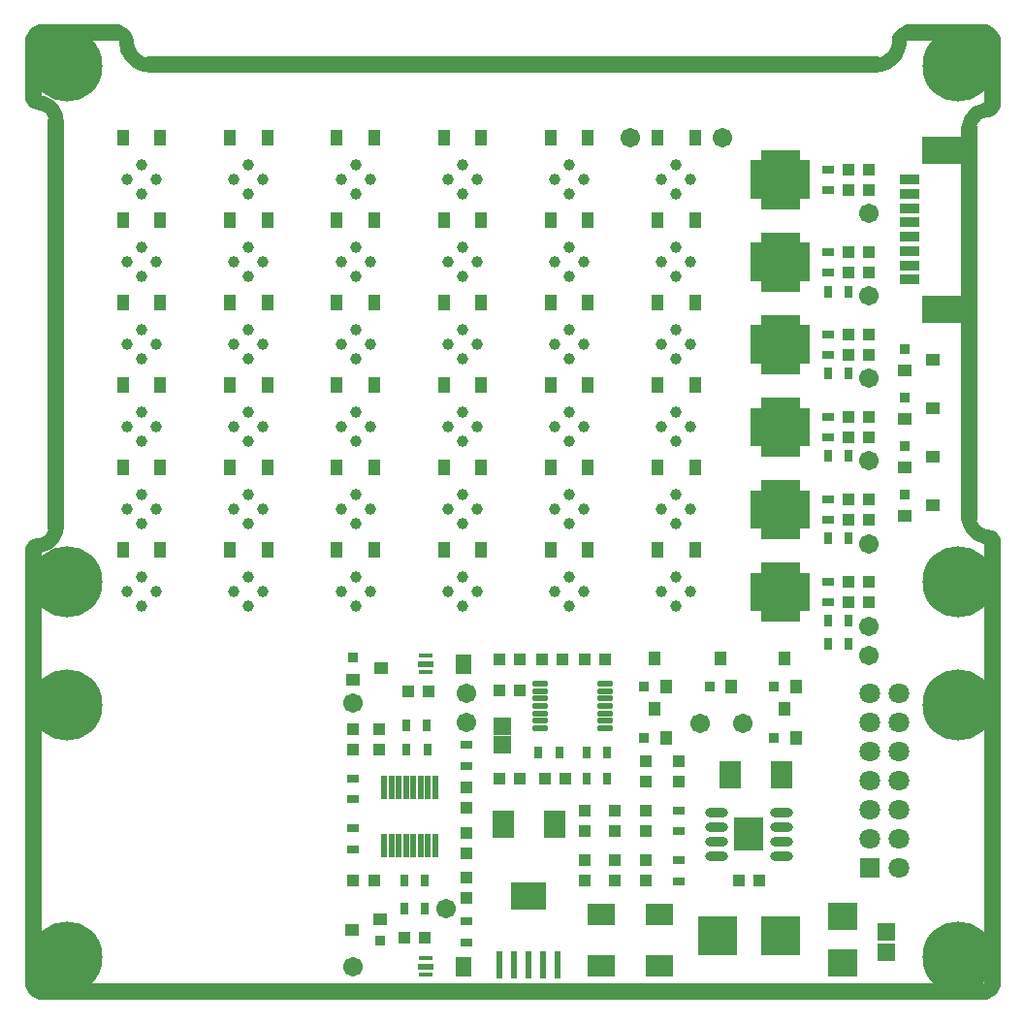
<source format=gbr>
G04*
G04 #@! TF.GenerationSoftware,Altium Limited,Altium Designer,24.1.2 (44)*
G04*
G04 Layer_Color=16711935*
%FSLAX44Y44*%
%MOMM*%
G71*
G04*
G04 #@! TF.SameCoordinates,A1CAFFC3-4532-48F1-AA43-BC187200CDC2*
G04*
G04*
G04 #@! TF.FilePolarity,Negative*
G04*
G01*
G75*
%ADD13C,1.2700*%
%ADD14C,1.4732*%
%ADD15C,1.0032*%
%ADD16C,0.6032*%
%ADD17C,1.4032*%
%ADD18C,6.2032*%
%ADD19C,1.8032*%
%ADD20R,1.8032X1.8032*%
%ADD43R,1.8796X2.3622*%
%ADD44R,0.9500X0.9000*%
%ADD47R,3.1725X2.3455*%
%ADD48R,0.6325X2.3455*%
%ADD49R,2.3622X1.8796*%
%ADD50R,0.9000X0.9500*%
%ADD56R,2.5000X2.5000*%
%ADD60R,1.7018X0.8128*%
%ADD65R,1.2700X0.3810*%
%ADD66R,3.7032X2.4130*%
%ADD67O,1.4532X0.5532*%
%ADD68R,3.5032X3.3532*%
%ADD69R,1.1032X1.0032*%
%ADD70R,0.8032X1.1032*%
%ADD71R,1.0032X1.1032*%
%ADD72R,1.1032X0.8032*%
%ADD73R,0.6032X2.0032*%
%ADD74R,1.6032X1.5032*%
%ADD75R,1.1532X1.1032*%
%ADD76R,1.4732X0.6032*%
%ADD77R,1.4732X1.7532*%
%ADD78R,1.1032X1.1532*%
%ADD79R,2.5032X2.4892*%
%ADD80O,2.0032X0.8032*%
%ADD81R,2.5032X3.0032*%
%ADD82C,1.7032*%
%ADD83R,1.1132X1.4232*%
%ADD84R,1.4048X0.8540*%
%ADD85R,0.8540X1.4048*%
%ADD86R,1.6032X1.6032*%
D13*
X26350Y766130D02*
X26149Y768688D01*
X25550Y771182D01*
X24568Y773553D01*
X23228Y775740D01*
X21561Y777691D01*
X19611Y779358D01*
X17423Y780698D01*
X15053Y781680D01*
X12558Y782279D01*
X10000Y782480D01*
X838000Y6350D02*
X840821Y7105D01*
X842889Y9168D01*
X843650Y11988D01*
X770000Y843650D02*
X767636Y843275D01*
X765504Y842189D01*
X763811Y840496D01*
X762725Y838364D01*
X762350Y836000D01*
X843650Y838000D02*
X842893Y840825D01*
X840825Y842893D01*
X838000Y843650D01*
X843650Y400000D02*
X842581Y402581D01*
X840000Y403650D01*
X6350Y12000D02*
X7105Y9179D01*
X9168Y7111D01*
X11988Y6350D01*
X823650Y420000D02*
X823851Y417442D01*
X824450Y414948D01*
X825432Y412577D01*
X826772Y410390D01*
X828439Y408439D01*
X830390Y406772D01*
X832577Y405432D01*
X834948Y404450D01*
X837442Y403851D01*
X840000Y403650D01*
X742000Y815650D02*
X744451Y815798D01*
X746867Y816240D01*
X749212Y816970D01*
X751451Y817978D01*
X753553Y819247D01*
X755487Y820761D01*
X757225Y822497D01*
X758740Y824429D01*
X760012Y826529D01*
X761022Y828768D01*
X761755Y831112D01*
X762199Y833527D01*
X762350Y835978D01*
X12000Y843650D02*
X9175Y842893D01*
X7107Y840825D01*
X6350Y838000D01*
X10000Y396080D02*
X7419Y395011D01*
X6350Y392430D01*
X10000Y396080D02*
X12558Y396281D01*
X15053Y396880D01*
X17423Y397862D01*
X19611Y399202D01*
X21561Y400869D01*
X23228Y402820D01*
X24568Y405007D01*
X25550Y407378D01*
X26149Y409872D01*
X26350Y412430D01*
X87650Y836000D02*
X87276Y838360D01*
X86193Y840490D01*
X84506Y842182D01*
X82378Y843271D01*
X80019Y843650D01*
X6350Y786130D02*
X7419Y783549D01*
X10000Y782480D01*
X840001Y776350D02*
X837457Y776151D01*
X834975Y775559D01*
X832615Y774587D01*
X830436Y773260D01*
X828489Y771611D01*
X826823Y769678D01*
X825477Y767510D01*
X824486Y765159D01*
X823872Y762682D01*
X823651Y760140D01*
X87650Y835978D02*
X87801Y833527D01*
X88245Y831112D01*
X88978Y828768D01*
X89988Y826529D01*
X91260Y824429D01*
X92775Y822497D01*
X94513Y820761D01*
X96447Y819247D01*
X98549Y817978D01*
X100788Y816970D01*
X103133Y816240D01*
X105549Y815798D01*
X108000Y815650D01*
X840012Y776350D02*
X842562Y777399D01*
X843650Y779933D01*
D14*
X823650Y652286D02*
Y742286D01*
Y602286D02*
Y652286D01*
Y420000D02*
Y602286D01*
Y742286D02*
Y760000D01*
X6350Y12025D02*
X6350Y392412D01*
X843650Y12000D02*
X843650Y400000D01*
X26350Y412430D02*
Y766130D01*
X843650Y780001D02*
Y838000D01*
X12000Y6350D02*
X837975Y6350D01*
X6350Y786130D02*
Y838000D01*
X770000Y843650D02*
X838000D01*
X12018Y843650D02*
X80000Y843650D01*
X108000Y815650D02*
X742000D01*
D15*
X555400Y427000D02*
D03*
X568100Y439700D02*
D03*
Y414300D02*
D03*
X580800Y427000D02*
D03*
X555400Y355000D02*
D03*
X568100Y367700D02*
D03*
Y342300D02*
D03*
X580800Y355000D02*
D03*
X462060D02*
D03*
X474760Y367700D02*
D03*
Y342300D02*
D03*
X487460Y355000D02*
D03*
X368720Y427000D02*
D03*
X381420Y439700D02*
D03*
Y414300D02*
D03*
X394120Y427000D02*
D03*
X462060D02*
D03*
X474760Y439700D02*
D03*
Y414300D02*
D03*
X487460Y427000D02*
D03*
X368720Y355000D02*
D03*
X381420Y367700D02*
D03*
Y342300D02*
D03*
X394120Y355000D02*
D03*
X275380D02*
D03*
X288080Y367700D02*
D03*
Y342300D02*
D03*
X300780Y355000D02*
D03*
X275380Y427000D02*
D03*
X288080Y439700D02*
D03*
Y414300D02*
D03*
X300780Y427000D02*
D03*
X275380Y499000D02*
D03*
X288080Y511700D02*
D03*
Y486300D02*
D03*
X300780Y499000D02*
D03*
X368720D02*
D03*
X381420Y511700D02*
D03*
Y486300D02*
D03*
X394120Y499000D02*
D03*
X462060D02*
D03*
X474760Y511700D02*
D03*
Y486300D02*
D03*
X487460Y499000D02*
D03*
X555400D02*
D03*
X568100Y511700D02*
D03*
Y486300D02*
D03*
X580800Y499000D02*
D03*
X555400Y571000D02*
D03*
X568100Y583700D02*
D03*
Y558300D02*
D03*
X580800Y571000D02*
D03*
X462060D02*
D03*
X474760Y583700D02*
D03*
Y558300D02*
D03*
X487460Y571000D02*
D03*
X368720D02*
D03*
X381420Y583700D02*
D03*
Y558300D02*
D03*
X394120Y571000D02*
D03*
X275380D02*
D03*
X288080Y583700D02*
D03*
Y558300D02*
D03*
X300780Y571000D02*
D03*
X182040D02*
D03*
X194740Y583700D02*
D03*
Y558300D02*
D03*
X207440Y571000D02*
D03*
X182040Y499000D02*
D03*
X194740Y511700D02*
D03*
Y486300D02*
D03*
X207440Y499000D02*
D03*
X182040Y427000D02*
D03*
X194740Y439700D02*
D03*
Y414300D02*
D03*
X207440Y427000D02*
D03*
X182040Y355000D02*
D03*
X194740Y367700D02*
D03*
Y342300D02*
D03*
X207440Y355000D02*
D03*
X88700D02*
D03*
X101400Y367700D02*
D03*
Y342300D02*
D03*
X114100Y355000D02*
D03*
X88700Y427000D02*
D03*
X101400Y439700D02*
D03*
Y414300D02*
D03*
X114100Y427000D02*
D03*
X88700Y499000D02*
D03*
X101400Y511700D02*
D03*
Y486300D02*
D03*
X114100Y499000D02*
D03*
X88700Y571000D02*
D03*
X101400Y583700D02*
D03*
Y558300D02*
D03*
X114100Y571000D02*
D03*
X182040Y643000D02*
D03*
X194740Y655700D02*
D03*
Y630300D02*
D03*
X207440Y643000D02*
D03*
X275380D02*
D03*
X288080Y655700D02*
D03*
Y630300D02*
D03*
X300780Y643000D02*
D03*
X368720D02*
D03*
X381420Y655700D02*
D03*
Y630300D02*
D03*
X394120Y643000D02*
D03*
X462060D02*
D03*
X474760Y655700D02*
D03*
Y630300D02*
D03*
X487460Y643000D02*
D03*
X580800D02*
D03*
X568100Y630300D02*
D03*
Y655700D02*
D03*
X555400Y643000D02*
D03*
Y715000D02*
D03*
X568100Y727700D02*
D03*
Y702300D02*
D03*
X580800Y715000D02*
D03*
X462060D02*
D03*
X474760Y727700D02*
D03*
Y702300D02*
D03*
X487460Y715000D02*
D03*
X368720D02*
D03*
X381420Y727700D02*
D03*
Y702300D02*
D03*
X394120Y715000D02*
D03*
X275380D02*
D03*
X288080Y727700D02*
D03*
Y702300D02*
D03*
X300780Y715000D02*
D03*
X182040D02*
D03*
X194740Y727700D02*
D03*
Y702300D02*
D03*
X207440Y715000D02*
D03*
X88700D02*
D03*
X101400Y727700D02*
D03*
Y702300D02*
D03*
X114100Y715000D02*
D03*
X88700Y643000D02*
D03*
X101400Y655700D02*
D03*
Y630300D02*
D03*
X114100Y643000D02*
D03*
D16*
X837863Y843679D02*
D03*
X827863D02*
D03*
X817863D02*
D03*
X807863D02*
D03*
X797863D02*
D03*
X787863D02*
D03*
X777863D02*
D03*
X767868Y843357D02*
D03*
X762267Y835073D02*
D03*
X759363Y825504D02*
D03*
X752230Y818495D02*
D03*
X742627Y815704D02*
D03*
X732628Y815679D02*
D03*
X722628D02*
D03*
X712628D02*
D03*
X702628D02*
D03*
X692628D02*
D03*
X682628D02*
D03*
X672628D02*
D03*
X662628D02*
D03*
X652628D02*
D03*
X642628D02*
D03*
X632628D02*
D03*
X622628D02*
D03*
X612628D02*
D03*
X602628D02*
D03*
X592628D02*
D03*
X582628D02*
D03*
X572628D02*
D03*
X562628D02*
D03*
X552628D02*
D03*
X542628D02*
D03*
X532628D02*
D03*
X522628D02*
D03*
X512628D02*
D03*
X502628D02*
D03*
X492628D02*
D03*
X482628D02*
D03*
X472628D02*
D03*
X462628D02*
D03*
X452628D02*
D03*
X442628D02*
D03*
X432628D02*
D03*
X422628D02*
D03*
X412628D02*
D03*
X402628D02*
D03*
X392628D02*
D03*
X382628D02*
D03*
X372628D02*
D03*
X362628D02*
D03*
X352628D02*
D03*
X342628D02*
D03*
X332628D02*
D03*
X322628D02*
D03*
X312628D02*
D03*
X302628D02*
D03*
X292628D02*
D03*
X282628D02*
D03*
X272628D02*
D03*
X262628D02*
D03*
X252628D02*
D03*
X242628D02*
D03*
X232629D02*
D03*
X222629D02*
D03*
X212629D02*
D03*
X202629D02*
D03*
X192629D02*
D03*
X182629D02*
D03*
X172629D02*
D03*
X162629D02*
D03*
X152629D02*
D03*
X142629D02*
D03*
X132629D02*
D03*
X122629D02*
D03*
X112629D02*
D03*
X102659Y816448D02*
D03*
X93933Y821335D02*
D03*
X88693Y829852D02*
D03*
X86726Y839656D02*
D03*
X77571Y843679D02*
D03*
X67571D02*
D03*
X57571D02*
D03*
X47571D02*
D03*
X37571Y843679D02*
D03*
X27571D02*
D03*
X17571D02*
D03*
X7768Y841704D02*
D03*
X6321Y831809D02*
D03*
Y821809D02*
D03*
Y811810D02*
D03*
Y801810D02*
D03*
Y791810D02*
D03*
X10419Y782688D02*
D03*
X19766Y779132D02*
D03*
X25583Y770999D02*
D03*
X26321Y761026D02*
D03*
Y751026D02*
D03*
Y741026D02*
D03*
Y731026D02*
D03*
Y721026D02*
D03*
Y711026D02*
D03*
Y701026D02*
D03*
Y691026D02*
D03*
Y681026D02*
D03*
Y671026D02*
D03*
Y661026D02*
D03*
Y651026D02*
D03*
Y641026D02*
D03*
Y631026D02*
D03*
Y621026D02*
D03*
Y611026D02*
D03*
Y601026D02*
D03*
Y591026D02*
D03*
Y581026D02*
D03*
Y571026D02*
D03*
Y561026D02*
D03*
Y551026D02*
D03*
Y541026D02*
D03*
Y531026D02*
D03*
Y521026D02*
D03*
Y511026D02*
D03*
Y501026D02*
D03*
Y491026D02*
D03*
Y481026D02*
D03*
Y471026D02*
D03*
Y461026D02*
D03*
Y451026D02*
D03*
Y441026D02*
D03*
Y431026D02*
D03*
Y421026D02*
D03*
X26332Y411026D02*
D03*
X22373Y401844D02*
D03*
X13880Y396564D02*
D03*
X6321Y390017D02*
D03*
Y380017D02*
D03*
Y370017D02*
D03*
Y360017D02*
D03*
Y350017D02*
D03*
Y340018D02*
D03*
Y330018D02*
D03*
Y320018D02*
D03*
Y310018D02*
D03*
Y300018D02*
D03*
Y290018D02*
D03*
Y280018D02*
D03*
Y270018D02*
D03*
Y260018D02*
D03*
Y250018D02*
D03*
Y240018D02*
D03*
Y230018D02*
D03*
Y220018D02*
D03*
Y210018D02*
D03*
Y200018D02*
D03*
Y190018D02*
D03*
Y180018D02*
D03*
Y170018D02*
D03*
Y160018D02*
D03*
Y150018D02*
D03*
Y140018D02*
D03*
Y130018D02*
D03*
Y120018D02*
D03*
Y110018D02*
D03*
Y100018D02*
D03*
Y90018D02*
D03*
Y80018D02*
D03*
Y70018D02*
D03*
Y60018D02*
D03*
Y50018D02*
D03*
Y40018D02*
D03*
Y30018D02*
D03*
Y20018D02*
D03*
X6742Y10027D02*
D03*
X16030Y6321D02*
D03*
X26030D02*
D03*
X36030D02*
D03*
X46030D02*
D03*
X56030D02*
D03*
X66030D02*
D03*
X76030D02*
D03*
X86030D02*
D03*
X96030D02*
D03*
X106030D02*
D03*
X116030D02*
D03*
X126030D02*
D03*
X136030D02*
D03*
X146030D02*
D03*
X156030D02*
D03*
X166030D02*
D03*
X176029D02*
D03*
X186029D02*
D03*
X196029D02*
D03*
X206029D02*
D03*
X216029D02*
D03*
X226029D02*
D03*
X236029D02*
D03*
X246029D02*
D03*
X256029D02*
D03*
X266029D02*
D03*
X276029D02*
D03*
X286029D02*
D03*
X296029D02*
D03*
X306029D02*
D03*
X316029D02*
D03*
X326029D02*
D03*
X336029D02*
D03*
X346029D02*
D03*
X356029D02*
D03*
X366029D02*
D03*
X376029D02*
D03*
X386029D02*
D03*
X396029D02*
D03*
X406029D02*
D03*
X416029D02*
D03*
X426029D02*
D03*
X436029D02*
D03*
X446029D02*
D03*
X456029D02*
D03*
X466029D02*
D03*
X476029D02*
D03*
X486029D02*
D03*
X496029D02*
D03*
X506029D02*
D03*
X516029D02*
D03*
X526029D02*
D03*
X536029D02*
D03*
X546029D02*
D03*
X556029D02*
D03*
X566029D02*
D03*
X576029D02*
D03*
X586029D02*
D03*
X596029D02*
D03*
X606029D02*
D03*
X616029D02*
D03*
X626029D02*
D03*
X636029D02*
D03*
X646029D02*
D03*
X656029D02*
D03*
X666029D02*
D03*
X676029D02*
D03*
X686029D02*
D03*
X696029D02*
D03*
X706029D02*
D03*
X716029D02*
D03*
X726028D02*
D03*
X736028D02*
D03*
X746028D02*
D03*
X756028D02*
D03*
X766028D02*
D03*
X776028D02*
D03*
X786028D02*
D03*
X796028D02*
D03*
X806028D02*
D03*
X816028D02*
D03*
X826028D02*
D03*
X836028D02*
D03*
X843566Y12892D02*
D03*
X843679Y22891D02*
D03*
Y32891D02*
D03*
Y42891D02*
D03*
Y52891D02*
D03*
Y62891D02*
D03*
Y72891D02*
D03*
Y82891D02*
D03*
Y92891D02*
D03*
Y102891D02*
D03*
Y112891D02*
D03*
Y122891D02*
D03*
Y132891D02*
D03*
X843679Y142891D02*
D03*
Y152891D02*
D03*
Y162891D02*
D03*
Y172891D02*
D03*
Y182891D02*
D03*
Y192891D02*
D03*
Y202891D02*
D03*
Y212891D02*
D03*
Y222891D02*
D03*
Y232891D02*
D03*
Y242891D02*
D03*
Y252891D02*
D03*
Y262891D02*
D03*
X843679Y272891D02*
D03*
Y282891D02*
D03*
Y292891D02*
D03*
Y302891D02*
D03*
Y312890D02*
D03*
Y322891D02*
D03*
Y332891D02*
D03*
Y342891D02*
D03*
Y352891D02*
D03*
Y362890D02*
D03*
Y372890D02*
D03*
Y382890D02*
D03*
Y392890D02*
D03*
X842293Y402794D02*
D03*
X832651Y405444D02*
D03*
X825524Y412458D02*
D03*
X823679Y422287D02*
D03*
X823679Y432287D02*
D03*
X823679Y442287D02*
D03*
X823679Y452287D02*
D03*
X823679Y462287D02*
D03*
X823679Y472287D02*
D03*
X823679Y482287D02*
D03*
X823679Y492287D02*
D03*
X823679Y502287D02*
D03*
X823680Y512287D02*
D03*
X823680Y522287D02*
D03*
X823680Y532287D02*
D03*
X823680Y542286D02*
D03*
X823680Y552286D02*
D03*
X823680Y562286D02*
D03*
X823680Y572286D02*
D03*
X823680Y582286D02*
D03*
X823680Y592286D02*
D03*
X823680Y602286D02*
D03*
X823680Y612286D02*
D03*
X823680Y622286D02*
D03*
X823680Y632286D02*
D03*
X823680Y642286D02*
D03*
X823680Y652286D02*
D03*
X823680Y662286D02*
D03*
X823680Y672286D02*
D03*
X823680Y682286D02*
D03*
X823680Y692286D02*
D03*
X823680Y702286D02*
D03*
X823680Y712286D02*
D03*
X823680Y722286D02*
D03*
X823680Y732286D02*
D03*
X823680Y742286D02*
D03*
X823680Y752286D02*
D03*
X823901Y762284D02*
D03*
X828215Y771305D02*
D03*
X837038Y776011D02*
D03*
X843679Y783487D02*
D03*
Y793487D02*
D03*
Y803487D02*
D03*
Y813487D02*
D03*
Y823487D02*
D03*
Y833487D02*
D03*
D17*
X52165Y239835D02*
D03*
X19835D02*
D03*
Y272164D02*
D03*
X52165D02*
D03*
X58860Y256000D02*
D03*
X36000Y233140D02*
D03*
X13140Y256000D02*
D03*
X36000Y278860D02*
D03*
X52165Y19835D02*
D03*
X19835D02*
D03*
Y52165D02*
D03*
X52165D02*
D03*
X58860Y36000D02*
D03*
X36000Y13140D02*
D03*
X13140Y36000D02*
D03*
X36000Y58860D02*
D03*
X830164Y19835D02*
D03*
X797835D02*
D03*
Y52165D02*
D03*
X830164D02*
D03*
X836860Y36000D02*
D03*
X814000Y13140D02*
D03*
X791140Y36000D02*
D03*
X814000Y58860D02*
D03*
X830164Y239835D02*
D03*
X797835D02*
D03*
Y272164D02*
D03*
X830164D02*
D03*
X836860Y256000D02*
D03*
X814000Y233140D02*
D03*
X791140Y256000D02*
D03*
X814000Y278860D02*
D03*
X830164Y347836D02*
D03*
X797835D02*
D03*
Y380164D02*
D03*
X830164D02*
D03*
X836860Y364000D02*
D03*
X814000Y341140D02*
D03*
X791140Y364000D02*
D03*
X814000Y386860D02*
D03*
X830164Y797835D02*
D03*
X797835D02*
D03*
Y830164D02*
D03*
X830164D02*
D03*
X836860Y814000D02*
D03*
X814000Y791140D02*
D03*
X791140Y814000D02*
D03*
X814000Y836860D02*
D03*
X52165Y797835D02*
D03*
X19835D02*
D03*
Y830164D02*
D03*
X52165D02*
D03*
X58860Y814000D02*
D03*
X36000Y791140D02*
D03*
X13140Y814000D02*
D03*
X36000Y836860D02*
D03*
X52165Y347836D02*
D03*
X19835D02*
D03*
Y380164D02*
D03*
X52165D02*
D03*
X58860Y364000D02*
D03*
X36000Y341140D02*
D03*
X13140Y364000D02*
D03*
X36000Y386860D02*
D03*
D18*
Y256000D02*
D03*
Y36000D02*
D03*
X814000D02*
D03*
Y256000D02*
D03*
Y364000D02*
D03*
Y814000D02*
D03*
X36000D02*
D03*
Y364000D02*
D03*
D19*
X762700Y113800D02*
D03*
Y139200D02*
D03*
Y164600D02*
D03*
Y190000D02*
D03*
Y215400D02*
D03*
Y240800D02*
D03*
Y266200D02*
D03*
X737300Y139200D02*
D03*
Y164600D02*
D03*
Y190000D02*
D03*
Y215400D02*
D03*
Y240800D02*
D03*
Y266200D02*
D03*
D20*
Y113800D02*
D03*
D43*
X461772Y152273D02*
D03*
X417068D02*
D03*
X615370Y195580D02*
D03*
X660074D02*
D03*
D44*
X309666Y50190D02*
D03*
X767280Y567030D02*
D03*
Y524697D02*
D03*
Y482363D02*
D03*
Y440030D02*
D03*
X285750Y297485D02*
D03*
D47*
X439142Y89294D02*
D03*
D48*
X413742Y29088D02*
D03*
X426442D02*
D03*
X439142D02*
D03*
X451842D02*
D03*
X464542D02*
D03*
D49*
X502920Y73152D02*
D03*
Y28448D02*
D03*
X553720Y73240D02*
D03*
Y28536D02*
D03*
D50*
X539931Y227530D02*
D03*
X653440D02*
D03*
Y271980D02*
D03*
X597320D02*
D03*
X539931D02*
D03*
D56*
X659130Y715000D02*
D03*
Y643000D02*
D03*
Y499000D02*
D03*
Y571000D02*
D03*
Y427000D02*
D03*
Y355000D02*
D03*
D60*
X772160Y715080D02*
D03*
Y702580D02*
D03*
Y690080D02*
D03*
Y677580D02*
D03*
Y665080D02*
D03*
Y652580D02*
D03*
Y640080D02*
D03*
Y627580D02*
D03*
D65*
X349250Y34925D02*
D03*
Y20955D02*
D03*
Y299085D02*
D03*
Y285115D02*
D03*
D66*
X801160Y740580D02*
D03*
Y602080D02*
D03*
D67*
X505770Y274770D02*
D03*
Y268270D02*
D03*
Y261770D02*
D03*
Y255270D02*
D03*
Y248770D02*
D03*
Y242270D02*
D03*
Y235770D02*
D03*
X449270Y274770D02*
D03*
Y268270D02*
D03*
Y261770D02*
D03*
Y255270D02*
D03*
Y248770D02*
D03*
Y242270D02*
D03*
Y235770D02*
D03*
D68*
X659130Y54610D02*
D03*
X604130D02*
D03*
D69*
X413910Y295888D02*
D03*
X431910D02*
D03*
Y269240D02*
D03*
X413910D02*
D03*
X351900Y267970D02*
D03*
X333900D02*
D03*
X413800Y191770D02*
D03*
X431800D02*
D03*
X453280D02*
D03*
X471280D02*
D03*
X286283Y102870D02*
D03*
X304283D02*
D03*
X330718Y53340D02*
D03*
X348718D02*
D03*
X622630Y102870D02*
D03*
X640630D02*
D03*
X451054Y295888D02*
D03*
X469054D02*
D03*
X488198D02*
D03*
X506198D02*
D03*
D70*
X332362Y238761D02*
D03*
X350521Y238760D02*
D03*
X350900Y217169D02*
D03*
X332741Y217170D02*
D03*
X447931Y214631D02*
D03*
X466090Y214630D02*
D03*
X489841Y214631D02*
D03*
X508000Y214630D02*
D03*
X489842Y191771D02*
D03*
X508001Y191770D02*
D03*
X330449Y102871D02*
D03*
X348608Y102870D02*
D03*
X330449Y78741D02*
D03*
X348608Y78740D02*
D03*
X718821Y309880D02*
D03*
X700662Y309881D02*
D03*
Y330201D02*
D03*
X718821Y330200D02*
D03*
X700662Y401956D02*
D03*
X718821Y401955D02*
D03*
X700662Y473711D02*
D03*
X718821Y473710D02*
D03*
X700662Y545466D02*
D03*
X718821Y545465D02*
D03*
X700662Y617221D02*
D03*
X718821Y617220D02*
D03*
D71*
X308610Y235060D02*
D03*
Y217060D02*
D03*
X285750D02*
D03*
Y235060D02*
D03*
X384810Y166260D02*
D03*
Y184260D02*
D03*
X488188Y163940D02*
D03*
Y145940D02*
D03*
X514858D02*
D03*
Y163940D02*
D03*
X488188Y120760D02*
D03*
Y102760D02*
D03*
X541528D02*
D03*
Y120760D02*
D03*
X514858Y102760D02*
D03*
Y120760D02*
D03*
X384810Y126890D02*
D03*
Y144890D02*
D03*
Y105520D02*
D03*
Y87520D02*
D03*
X541528Y189247D02*
D03*
Y207247D02*
D03*
X570230D02*
D03*
Y189247D02*
D03*
X541528Y145940D02*
D03*
Y163940D02*
D03*
X718820Y346000D02*
D03*
Y364000D02*
D03*
X736600D02*
D03*
Y346000D02*
D03*
X718820Y418000D02*
D03*
Y436000D02*
D03*
X736600D02*
D03*
Y418000D02*
D03*
X718820Y490000D02*
D03*
Y508000D02*
D03*
X736600D02*
D03*
Y490000D02*
D03*
X718820Y562000D02*
D03*
Y580000D02*
D03*
X736600D02*
D03*
Y562000D02*
D03*
X718820Y634000D02*
D03*
Y652000D02*
D03*
X736600Y634000D02*
D03*
Y652000D02*
D03*
X718820Y706000D02*
D03*
Y724000D02*
D03*
X736600D02*
D03*
Y706000D02*
D03*
D72*
X285751Y192148D02*
D03*
X285750Y173989D02*
D03*
X285749Y130432D02*
D03*
X285750Y148591D02*
D03*
X384811Y221358D02*
D03*
X384810Y203199D02*
D03*
X384817Y49152D02*
D03*
X384818Y67311D02*
D03*
X570229Y102491D02*
D03*
X570230Y120650D02*
D03*
X570231Y164209D02*
D03*
X570230Y146050D02*
D03*
X701039Y345733D02*
D03*
X701040Y363892D02*
D03*
X701039Y417733D02*
D03*
X701040Y435892D02*
D03*
X701039Y561733D02*
D03*
X701040Y579892D02*
D03*
X701039Y633733D02*
D03*
X701040Y651892D02*
D03*
X701039Y705733D02*
D03*
X701040Y723892D02*
D03*
Y507892D02*
D03*
X701039Y489733D02*
D03*
D73*
X357505Y184277D02*
D03*
X351155D02*
D03*
X344805D02*
D03*
X338455D02*
D03*
X332105D02*
D03*
X325755D02*
D03*
X319405D02*
D03*
X313055D02*
D03*
Y133223D02*
D03*
X319405D02*
D03*
X325755D02*
D03*
X332105D02*
D03*
X338455D02*
D03*
X344805D02*
D03*
X351155D02*
D03*
X357505D02*
D03*
D74*
X416167Y221870D02*
D03*
Y237870D02*
D03*
D75*
X309666Y69190D02*
D03*
X284666Y59690D02*
D03*
X767280Y548030D02*
D03*
X792280Y557530D02*
D03*
X767280Y505697D02*
D03*
X792280Y515197D02*
D03*
X767280Y463363D02*
D03*
X792280Y472863D02*
D03*
X767280Y421030D02*
D03*
X792280Y430530D02*
D03*
X310750Y287985D02*
D03*
X285750Y278485D02*
D03*
D76*
X349377Y27647D02*
D03*
X349369Y292205D02*
D03*
D77*
X382397Y27647D02*
D03*
X382389Y292205D02*
D03*
D78*
X558931Y227530D02*
D03*
X549431Y252530D02*
D03*
X672440Y227530D02*
D03*
X662940Y252530D02*
D03*
Y296980D02*
D03*
X672440Y271980D02*
D03*
X606820Y296980D02*
D03*
X616320Y271980D02*
D03*
X549431Y296980D02*
D03*
X558931Y271980D02*
D03*
D79*
X713170Y31060D02*
D03*
Y71700D02*
D03*
D80*
X603380Y124460D02*
D03*
Y137160D02*
D03*
Y149860D02*
D03*
Y162560D02*
D03*
X659880Y124460D02*
D03*
Y137160D02*
D03*
Y149860D02*
D03*
Y162560D02*
D03*
D81*
X631630Y143510D02*
D03*
D82*
X736600Y299720D02*
D03*
X608330Y751840D02*
D03*
X528320D02*
D03*
X384810Y241300D02*
D03*
X285750Y27774D02*
D03*
X736600Y613410D02*
D03*
Y397192D02*
D03*
X589280Y240030D02*
D03*
X626110D02*
D03*
X736600Y469265D02*
D03*
X285750Y257810D02*
D03*
X384810Y266700D02*
D03*
X367030Y78740D02*
D03*
X736600Y685800D02*
D03*
Y541338D02*
D03*
Y325120D02*
D03*
D83*
X458410Y391840D02*
D03*
X491110D02*
D03*
X551750D02*
D03*
X584450D02*
D03*
X551750Y463840D02*
D03*
X584450D02*
D03*
X458410D02*
D03*
X491110D02*
D03*
X458410Y535840D02*
D03*
X491110D02*
D03*
X551750D02*
D03*
X584450D02*
D03*
X551750Y607840D02*
D03*
X584450D02*
D03*
X458410D02*
D03*
X491110D02*
D03*
X365070D02*
D03*
X397770D02*
D03*
X365070Y535840D02*
D03*
X397770D02*
D03*
X365070Y463840D02*
D03*
X397770D02*
D03*
X365070Y391840D02*
D03*
X397770D02*
D03*
X271730D02*
D03*
X304430D02*
D03*
X271730Y463840D02*
D03*
X304430D02*
D03*
X271730Y535840D02*
D03*
X304430D02*
D03*
X178390Y607840D02*
D03*
X211090D02*
D03*
X271730D02*
D03*
X304430D02*
D03*
X178390Y535840D02*
D03*
X211090D02*
D03*
X178390Y463840D02*
D03*
X211090D02*
D03*
X178390Y391840D02*
D03*
X211090D02*
D03*
X85050D02*
D03*
X117750D02*
D03*
X85050Y463840D02*
D03*
X117750D02*
D03*
X85050Y535840D02*
D03*
X117750D02*
D03*
X85050Y607840D02*
D03*
X117750D02*
D03*
X85050Y679840D02*
D03*
X117750D02*
D03*
X178390D02*
D03*
X211090D02*
D03*
X271730D02*
D03*
X304430D02*
D03*
X365070D02*
D03*
X397770D02*
D03*
X458410D02*
D03*
X491110D02*
D03*
X551750D02*
D03*
X584450D02*
D03*
X551750Y751840D02*
D03*
X584450D02*
D03*
X458410D02*
D03*
X491110D02*
D03*
X365070D02*
D03*
X397770D02*
D03*
X271730D02*
D03*
X304430D02*
D03*
X178390D02*
D03*
X211090D02*
D03*
X85050D02*
D03*
X117750D02*
D03*
D84*
X678154Y702500D02*
D03*
Y707500D02*
D03*
Y712500D02*
D03*
Y717500D02*
D03*
Y722500D02*
D03*
Y727500D02*
D03*
X640106D02*
D03*
Y722500D02*
D03*
Y717500D02*
D03*
Y712500D02*
D03*
Y707500D02*
D03*
Y702500D02*
D03*
Y630500D02*
D03*
Y635500D02*
D03*
Y640500D02*
D03*
Y645500D02*
D03*
Y650500D02*
D03*
Y655500D02*
D03*
X678154D02*
D03*
Y650500D02*
D03*
Y645500D02*
D03*
Y640500D02*
D03*
Y635500D02*
D03*
Y630500D02*
D03*
X640106Y486500D02*
D03*
Y491500D02*
D03*
Y496500D02*
D03*
Y501500D02*
D03*
Y506500D02*
D03*
Y511500D02*
D03*
X678154D02*
D03*
Y506500D02*
D03*
Y501500D02*
D03*
Y496500D02*
D03*
Y491500D02*
D03*
Y486500D02*
D03*
X640106Y558500D02*
D03*
Y563500D02*
D03*
Y568500D02*
D03*
Y573500D02*
D03*
Y578500D02*
D03*
Y583500D02*
D03*
X678154D02*
D03*
Y578500D02*
D03*
Y573500D02*
D03*
Y568500D02*
D03*
Y563500D02*
D03*
Y558500D02*
D03*
X640106Y414500D02*
D03*
Y419500D02*
D03*
Y424500D02*
D03*
Y429500D02*
D03*
Y434500D02*
D03*
Y439500D02*
D03*
X678154D02*
D03*
Y434500D02*
D03*
Y429500D02*
D03*
Y424500D02*
D03*
Y419500D02*
D03*
Y414500D02*
D03*
X640106Y342500D02*
D03*
Y347500D02*
D03*
Y352500D02*
D03*
Y357500D02*
D03*
Y362500D02*
D03*
Y367500D02*
D03*
X678154D02*
D03*
Y362500D02*
D03*
Y357500D02*
D03*
Y352500D02*
D03*
Y347500D02*
D03*
Y342500D02*
D03*
D85*
X671630Y734024D02*
D03*
X666630D02*
D03*
X661630D02*
D03*
X656630D02*
D03*
X651630D02*
D03*
X646630D02*
D03*
Y695976D02*
D03*
X651630D02*
D03*
X656630D02*
D03*
X661630D02*
D03*
X666630D02*
D03*
X671630D02*
D03*
Y623976D02*
D03*
X666630D02*
D03*
X661630D02*
D03*
X656630D02*
D03*
X651630D02*
D03*
X646630D02*
D03*
Y662024D02*
D03*
X651630D02*
D03*
X656630D02*
D03*
X661630D02*
D03*
X666630D02*
D03*
X671630D02*
D03*
Y479976D02*
D03*
X666630D02*
D03*
X661630D02*
D03*
X656630D02*
D03*
X651630D02*
D03*
X646630D02*
D03*
Y518024D02*
D03*
X651630D02*
D03*
X656630D02*
D03*
X661630D02*
D03*
X666630D02*
D03*
X671630D02*
D03*
Y551976D02*
D03*
X666630D02*
D03*
X661630D02*
D03*
X656630D02*
D03*
X651630D02*
D03*
X646630D02*
D03*
Y590024D02*
D03*
X651630D02*
D03*
X656630D02*
D03*
X661630D02*
D03*
X666630D02*
D03*
X671630D02*
D03*
Y407976D02*
D03*
X666630D02*
D03*
X661630D02*
D03*
X656630D02*
D03*
X651630D02*
D03*
X646630D02*
D03*
Y446024D02*
D03*
X651630D02*
D03*
X656630D02*
D03*
X661630D02*
D03*
X666630D02*
D03*
X671630D02*
D03*
Y335976D02*
D03*
X666630D02*
D03*
X661630D02*
D03*
X656630D02*
D03*
X651630D02*
D03*
X646630D02*
D03*
Y374024D02*
D03*
X651630D02*
D03*
X656630D02*
D03*
X661630D02*
D03*
X666630D02*
D03*
X671630D02*
D03*
D86*
X751840Y57940D02*
D03*
Y40640D02*
D03*
M02*

</source>
